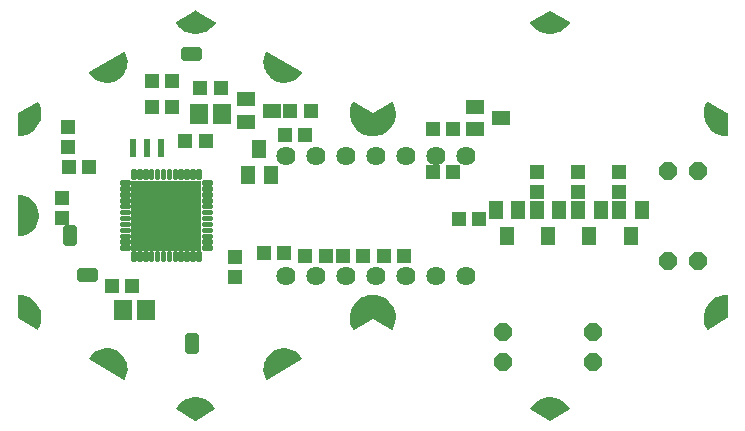
<source format=gbr>
G04 EAGLE Gerber RS-274X export*
G75*
%MOMM*%
%FSLAX34Y34*%
%LPD*%
%INSoldermask Bottom*%
%IPPOS*%
%AMOC8*
5,1,8,0,0,1.08239X$1,22.5*%
G01*
%ADD10C,0.697853*%
%ADD11R,1.303200X1.203200*%
%ADD12R,1.503200X1.703200*%
%ADD13R,1.203200X1.303200*%
%ADD14R,0.603200X1.603197*%
%ADD15C,1.203200*%
%ADD16R,1.203200X1.603200*%
%ADD17R,1.603200X1.203200*%
%ADD18C,1.625600*%
%ADD19P,1.649562X8X202.500000*%
%ADD20P,1.649562X8X112.500000*%
%ADD21C,0.326294*%
%ADD22R,5.903188X5.903188*%

G36*
X299252Y270303D02*
X299252Y270303D01*
X299265Y270302D01*
X302315Y270545D01*
X302347Y270554D01*
X302394Y270558D01*
X305366Y271286D01*
X305397Y271301D01*
X305442Y271312D01*
X305506Y271339D01*
X306682Y271838D01*
X307857Y272337D01*
X307858Y272337D01*
X308259Y272508D01*
X308287Y272527D01*
X308330Y272545D01*
X310918Y274177D01*
X310942Y274201D01*
X310982Y274225D01*
X313275Y276252D01*
X313295Y276279D01*
X313331Y276310D01*
X315269Y278678D01*
X315285Y278708D01*
X315314Y278744D01*
X316848Y281392D01*
X316858Y281424D01*
X316882Y281464D01*
X316935Y281604D01*
X317695Y283601D01*
X317885Y284100D01*
X317971Y284324D01*
X317976Y284357D01*
X317993Y284401D01*
X318609Y287398D01*
X318609Y287432D01*
X318618Y287478D01*
X318745Y290535D01*
X318740Y290569D01*
X318742Y290616D01*
X318377Y293654D01*
X318366Y293686D01*
X318361Y293732D01*
X317513Y296672D01*
X317497Y296702D01*
X317485Y296748D01*
X316176Y299514D01*
X316159Y299536D01*
X316149Y299563D01*
X316100Y299615D01*
X316057Y299673D01*
X316032Y299687D01*
X316013Y299708D01*
X315947Y299737D01*
X315885Y299773D01*
X315857Y299776D01*
X315831Y299788D01*
X315759Y299789D01*
X315688Y299798D01*
X315661Y299790D01*
X315632Y299791D01*
X315537Y299755D01*
X315497Y299744D01*
X315488Y299737D01*
X315476Y299733D01*
X299225Y290376D01*
X282974Y299733D01*
X282947Y299742D01*
X282923Y299758D01*
X282853Y299773D01*
X282785Y299796D01*
X282757Y299793D01*
X282729Y299799D01*
X282659Y299786D01*
X282587Y299780D01*
X282562Y299767D01*
X282534Y299761D01*
X282474Y299721D01*
X282411Y299688D01*
X282393Y299666D01*
X282369Y299650D01*
X282311Y299567D01*
X282284Y299535D01*
X282281Y299524D01*
X282274Y299514D01*
X280965Y296748D01*
X280957Y296715D01*
X280937Y296672D01*
X280089Y293732D01*
X280086Y293698D01*
X280073Y293654D01*
X279708Y290616D01*
X279711Y290582D01*
X279705Y290535D01*
X279832Y287478D01*
X279840Y287445D01*
X279841Y287398D01*
X280457Y284401D01*
X280470Y284370D01*
X280480Y284324D01*
X281568Y281464D01*
X281586Y281436D01*
X281603Y281392D01*
X283136Y278744D01*
X283158Y278718D01*
X283181Y278678D01*
X285119Y276310D01*
X285146Y276288D01*
X285175Y276252D01*
X287468Y274225D01*
X287497Y274209D01*
X287532Y274177D01*
X290120Y272545D01*
X290152Y272533D01*
X290191Y272508D01*
X293008Y271312D01*
X293041Y271305D01*
X293084Y271286D01*
X296056Y270558D01*
X296090Y270556D01*
X296135Y270545D01*
X299185Y270302D01*
X299214Y270306D01*
X299242Y270301D01*
X299252Y270303D01*
G37*
G36*
X315792Y106615D02*
X315792Y106615D01*
X315863Y106620D01*
X315888Y106633D01*
X315916Y106639D01*
X315976Y106679D01*
X316039Y106712D01*
X316057Y106734D01*
X316081Y106750D01*
X316139Y106833D01*
X316166Y106865D01*
X316169Y106876D01*
X316176Y106887D01*
X317485Y109653D01*
X317493Y109686D01*
X317513Y109728D01*
X318361Y112668D01*
X318364Y112702D01*
X318377Y112746D01*
X318742Y115784D01*
X318739Y115818D01*
X318745Y115865D01*
X318618Y118922D01*
X318610Y118955D01*
X318609Y119002D01*
X317993Y121999D01*
X317980Y122030D01*
X317971Y122076D01*
X316882Y124936D01*
X316864Y124965D01*
X316848Y125008D01*
X315314Y127656D01*
X315292Y127682D01*
X315269Y127723D01*
X313331Y130090D01*
X313304Y130112D01*
X313275Y130148D01*
X310982Y132175D01*
X310953Y132192D01*
X310918Y132223D01*
X308330Y133855D01*
X308298Y133867D01*
X308259Y133892D01*
X305442Y135088D01*
X305409Y135095D01*
X305366Y135114D01*
X302394Y135842D01*
X302360Y135844D01*
X302315Y135855D01*
X299265Y136098D01*
X299236Y136094D01*
X299208Y136099D01*
X299198Y136097D01*
X299185Y136098D01*
X296135Y135855D01*
X296103Y135846D01*
X296056Y135842D01*
X293084Y135114D01*
X293053Y135099D01*
X293008Y135088D01*
X292843Y135018D01*
X291668Y134519D01*
X290492Y134020D01*
X290191Y133892D01*
X290163Y133873D01*
X290120Y133855D01*
X287532Y132223D01*
X287508Y132199D01*
X287468Y132175D01*
X285175Y130148D01*
X285155Y130121D01*
X285119Y130090D01*
X283181Y127723D01*
X283165Y127692D01*
X283136Y127656D01*
X281603Y125008D01*
X281592Y124976D01*
X281568Y124936D01*
X280480Y122076D01*
X280474Y122043D01*
X280457Y121999D01*
X279841Y119002D01*
X279841Y118968D01*
X279832Y118922D01*
X279705Y115865D01*
X279710Y115831D01*
X279708Y115784D01*
X280073Y112746D01*
X280084Y112714D01*
X280089Y112668D01*
X280937Y109728D01*
X280953Y109698D01*
X280965Y109653D01*
X282274Y106887D01*
X282291Y106864D01*
X282301Y106837D01*
X282350Y106785D01*
X282393Y106727D01*
X282418Y106713D01*
X282437Y106692D01*
X282503Y106663D01*
X282565Y106627D01*
X282593Y106624D01*
X282619Y106612D01*
X282691Y106611D01*
X282762Y106602D01*
X282789Y106610D01*
X282818Y106610D01*
X282913Y106645D01*
X282953Y106656D01*
X282962Y106663D01*
X282974Y106667D01*
X299225Y116024D01*
X315476Y106667D01*
X315503Y106658D01*
X315527Y106642D01*
X315597Y106627D01*
X315665Y106604D01*
X315693Y106607D01*
X315721Y106601D01*
X315792Y106615D01*
G37*
G36*
X-748Y185704D02*
X-748Y185704D01*
X-734Y185702D01*
X2064Y185934D01*
X2098Y185944D01*
X2146Y185948D01*
X4867Y186637D01*
X4899Y186652D01*
X4945Y186664D01*
X7517Y187792D01*
X7545Y187812D01*
X7589Y187831D01*
X9940Y189367D01*
X9964Y189391D01*
X10005Y189417D01*
X12070Y191319D01*
X12083Y191336D01*
X12095Y191345D01*
X12106Y191361D01*
X12126Y191380D01*
X13851Y193595D01*
X13866Y193626D01*
X13896Y193664D01*
X15232Y196134D01*
X15242Y196167D01*
X15265Y196209D01*
X16177Y198865D01*
X16182Y198899D01*
X16197Y198945D01*
X16659Y201714D01*
X16658Y201749D01*
X16666Y201796D01*
X16666Y204604D01*
X16659Y204638D01*
X16659Y204686D01*
X16197Y207455D01*
X16185Y207488D01*
X16177Y207535D01*
X15265Y210191D01*
X15248Y210221D01*
X15232Y210266D01*
X13896Y212736D01*
X13874Y212762D01*
X13851Y212805D01*
X12126Y215020D01*
X12100Y215043D01*
X12070Y215081D01*
X10005Y216983D01*
X9975Y217001D01*
X9940Y217033D01*
X7589Y218569D01*
X7557Y218582D01*
X7517Y218608D01*
X4945Y219736D01*
X4912Y219743D01*
X4867Y219763D01*
X2146Y220452D01*
X2111Y220454D01*
X2064Y220466D01*
X-734Y220698D01*
X-763Y220694D01*
X-792Y220699D01*
X-861Y220683D01*
X-931Y220674D01*
X-957Y220660D01*
X-985Y220653D01*
X-1042Y220611D01*
X-1104Y220576D01*
X-1122Y220552D01*
X-1145Y220535D01*
X-1181Y220474D01*
X-1224Y220417D01*
X-1232Y220389D01*
X-1247Y220364D01*
X-1263Y220266D01*
X-1274Y220225D01*
X-1272Y220214D01*
X-1274Y220200D01*
X-1274Y186200D01*
X-1268Y186171D01*
X-1271Y186142D01*
X-1249Y186075D01*
X-1235Y186005D01*
X-1218Y185981D01*
X-1209Y185953D01*
X-1162Y185900D01*
X-1122Y185841D01*
X-1098Y185826D01*
X-1078Y185804D01*
X-1014Y185772D01*
X-955Y185734D01*
X-926Y185729D01*
X-900Y185717D01*
X-800Y185708D01*
X-758Y185701D01*
X-748Y185704D01*
G37*
G36*
X88991Y64314D02*
X88991Y64314D01*
X89062Y64320D01*
X89088Y64333D01*
X89116Y64339D01*
X89175Y64379D01*
X89238Y64411D01*
X89257Y64434D01*
X89281Y64450D01*
X89338Y64532D01*
X89365Y64565D01*
X89368Y64575D01*
X89376Y64587D01*
X90575Y67122D01*
X90583Y67156D01*
X90604Y67199D01*
X91369Y69897D01*
X91371Y69932D01*
X91385Y69978D01*
X91695Y72766D01*
X91692Y72794D01*
X91694Y72805D01*
X91693Y72810D01*
X91697Y72848D01*
X91545Y75648D01*
X91536Y75682D01*
X91533Y75730D01*
X90922Y78467D01*
X90908Y78499D01*
X90897Y78546D01*
X89844Y81145D01*
X89825Y81174D01*
X89807Y81218D01*
X88340Y83609D01*
X88316Y83634D01*
X88291Y83675D01*
X86450Y85791D01*
X86423Y85812D01*
X86391Y85849D01*
X84228Y87633D01*
X84197Y87649D01*
X84160Y87680D01*
X81732Y89084D01*
X81699Y89095D01*
X81657Y89119D01*
X79032Y90104D01*
X78997Y90110D01*
X78952Y90127D01*
X76200Y90666D01*
X76166Y90666D01*
X76118Y90675D01*
X73315Y90754D01*
X73281Y90749D01*
X73233Y90750D01*
X70454Y90367D01*
X70422Y90355D01*
X70374Y90349D01*
X67697Y89513D01*
X67666Y89496D01*
X67620Y89482D01*
X65117Y88218D01*
X65090Y88196D01*
X65047Y88174D01*
X62786Y86515D01*
X62763Y86489D01*
X62724Y86461D01*
X60767Y84452D01*
X60748Y84423D01*
X60714Y84388D01*
X59115Y82085D01*
X59103Y82058D01*
X59085Y82035D01*
X59064Y81967D01*
X59036Y81902D01*
X59036Y81873D01*
X59028Y81845D01*
X59036Y81774D01*
X59035Y81703D01*
X59046Y81676D01*
X59050Y81647D01*
X59084Y81585D01*
X59112Y81520D01*
X59133Y81499D01*
X59147Y81474D01*
X59223Y81411D01*
X59254Y81381D01*
X59264Y81377D01*
X59275Y81368D01*
X88675Y64368D01*
X88703Y64359D01*
X88727Y64342D01*
X88796Y64327D01*
X88864Y64305D01*
X88893Y64307D01*
X88921Y64301D01*
X88991Y64314D01*
G37*
G36*
X76118Y315725D02*
X76118Y315725D01*
X76152Y315733D01*
X76200Y315734D01*
X78952Y316273D01*
X78984Y316287D01*
X79032Y316296D01*
X81657Y317281D01*
X81687Y317299D01*
X81732Y317316D01*
X84160Y318720D01*
X84186Y318743D01*
X84228Y318767D01*
X86391Y320551D01*
X86413Y320578D01*
X86450Y320609D01*
X88291Y322725D01*
X88308Y322755D01*
X88340Y322791D01*
X89807Y325182D01*
X89818Y325214D01*
X89844Y325255D01*
X90897Y327854D01*
X90904Y327888D01*
X90922Y327933D01*
X91533Y330670D01*
X91534Y330705D01*
X91545Y330752D01*
X91697Y333552D01*
X91692Y333586D01*
X91695Y333634D01*
X91385Y336422D01*
X91374Y336455D01*
X91369Y336503D01*
X90604Y339201D01*
X90588Y339231D01*
X90575Y339278D01*
X89376Y341813D01*
X89359Y341837D01*
X89349Y341864D01*
X89300Y341916D01*
X89257Y341973D01*
X89232Y341987D01*
X89212Y342009D01*
X89147Y342037D01*
X89086Y342073D01*
X89057Y342076D01*
X89030Y342088D01*
X88959Y342089D01*
X88888Y342098D01*
X88860Y342090D01*
X88831Y342090D01*
X88738Y342056D01*
X88697Y342044D01*
X88688Y342037D01*
X88675Y342032D01*
X59275Y325032D01*
X59253Y325013D01*
X59227Y325000D01*
X59179Y324947D01*
X59126Y324900D01*
X59114Y324874D01*
X59094Y324852D01*
X59071Y324785D01*
X59041Y324721D01*
X59039Y324692D01*
X59030Y324664D01*
X59035Y324593D01*
X59032Y324522D01*
X59042Y324495D01*
X59044Y324466D01*
X59086Y324376D01*
X59101Y324336D01*
X59109Y324328D01*
X59115Y324315D01*
X60714Y322012D01*
X60740Y321988D01*
X60767Y321948D01*
X62724Y319939D01*
X62753Y319920D01*
X62786Y319885D01*
X65047Y318226D01*
X65078Y318211D01*
X65117Y318182D01*
X67620Y316918D01*
X67654Y316909D01*
X67697Y316887D01*
X70374Y316051D01*
X70408Y316048D01*
X70454Y316033D01*
X73233Y315650D01*
X73267Y315652D01*
X73315Y315646D01*
X76118Y315725D01*
G37*
G36*
X209590Y64310D02*
X209590Y64310D01*
X209619Y64310D01*
X209712Y64344D01*
X209753Y64356D01*
X209762Y64363D01*
X209775Y64368D01*
X239175Y81368D01*
X239197Y81387D01*
X239223Y81400D01*
X239271Y81453D01*
X239324Y81500D01*
X239336Y81526D01*
X239356Y81548D01*
X239379Y81615D01*
X239409Y81679D01*
X239411Y81708D01*
X239420Y81736D01*
X239415Y81807D01*
X239418Y81878D01*
X239408Y81905D01*
X239406Y81934D01*
X239364Y82024D01*
X239349Y82064D01*
X239341Y82072D01*
X239335Y82085D01*
X237736Y84388D01*
X237711Y84412D01*
X237683Y84452D01*
X235726Y86461D01*
X235697Y86480D01*
X235664Y86515D01*
X233403Y88174D01*
X233372Y88189D01*
X233333Y88218D01*
X230830Y89482D01*
X230796Y89491D01*
X230753Y89513D01*
X228076Y90349D01*
X228042Y90352D01*
X227996Y90367D01*
X225217Y90750D01*
X225183Y90748D01*
X225135Y90754D01*
X222332Y90675D01*
X222298Y90667D01*
X222250Y90666D01*
X219498Y90127D01*
X219466Y90113D01*
X219418Y90104D01*
X216793Y89119D01*
X216763Y89101D01*
X216718Y89084D01*
X214290Y87680D01*
X214264Y87657D01*
X214223Y87633D01*
X212059Y85849D01*
X212037Y85822D01*
X212000Y85791D01*
X210159Y83675D01*
X210142Y83645D01*
X210111Y83609D01*
X208643Y81218D01*
X208632Y81186D01*
X208606Y81145D01*
X207553Y78546D01*
X207546Y78512D01*
X207528Y78467D01*
X206917Y75730D01*
X206916Y75695D01*
X206905Y75648D01*
X206753Y72848D01*
X206758Y72814D01*
X206755Y72766D01*
X207065Y69978D01*
X207076Y69945D01*
X207081Y69897D01*
X207846Y67199D01*
X207862Y67169D01*
X207875Y67122D01*
X209074Y64587D01*
X209091Y64563D01*
X209101Y64536D01*
X209150Y64484D01*
X209193Y64427D01*
X209218Y64413D01*
X209238Y64392D01*
X209303Y64363D01*
X209365Y64327D01*
X209393Y64324D01*
X209420Y64312D01*
X209491Y64311D01*
X209562Y64302D01*
X209590Y64310D01*
G37*
G36*
X225169Y315652D02*
X225169Y315652D01*
X225217Y315650D01*
X227996Y316033D01*
X228028Y316045D01*
X228076Y316051D01*
X230753Y316887D01*
X230784Y316904D01*
X230830Y316918D01*
X233333Y318182D01*
X233360Y318204D01*
X233403Y318226D01*
X235664Y319885D01*
X235687Y319911D01*
X235726Y319939D01*
X237683Y321948D01*
X237702Y321977D01*
X237736Y322012D01*
X239335Y324315D01*
X239347Y324342D01*
X239365Y324365D01*
X239386Y324433D01*
X239414Y324498D01*
X239414Y324527D01*
X239422Y324555D01*
X239414Y324626D01*
X239415Y324697D01*
X239404Y324724D01*
X239400Y324753D01*
X239366Y324815D01*
X239338Y324880D01*
X239317Y324901D01*
X239303Y324926D01*
X239227Y324989D01*
X239196Y325019D01*
X239186Y325023D01*
X239175Y325032D01*
X209775Y342032D01*
X209747Y342041D01*
X209723Y342058D01*
X209654Y342073D01*
X209586Y342095D01*
X209557Y342093D01*
X209529Y342099D01*
X209459Y342086D01*
X209388Y342080D01*
X209362Y342067D01*
X209334Y342061D01*
X209275Y342021D01*
X209212Y341989D01*
X209193Y341966D01*
X209169Y341950D01*
X209112Y341868D01*
X209085Y341835D01*
X209082Y341825D01*
X209074Y341813D01*
X207875Y339278D01*
X207867Y339244D01*
X207846Y339201D01*
X207081Y336503D01*
X207079Y336468D01*
X207065Y336422D01*
X206755Y333634D01*
X206757Y333607D01*
X206757Y333602D01*
X206758Y333597D01*
X206753Y333552D01*
X206905Y330752D01*
X206914Y330718D01*
X206917Y330670D01*
X207528Y327933D01*
X207542Y327901D01*
X207553Y327854D01*
X208606Y325255D01*
X208625Y325226D01*
X208643Y325182D01*
X210111Y322791D01*
X210134Y322766D01*
X210159Y322725D01*
X212000Y320609D01*
X212027Y320588D01*
X212059Y320551D01*
X214223Y318767D01*
X214253Y318751D01*
X214290Y318720D01*
X216718Y317316D01*
X216751Y317305D01*
X216793Y317281D01*
X219418Y316296D01*
X219453Y316290D01*
X219498Y316273D01*
X222250Y315734D01*
X222285Y315734D01*
X222332Y315725D01*
X225135Y315646D01*
X225169Y315652D01*
G37*
G36*
X-767Y270264D02*
X-767Y270264D01*
X-753Y270263D01*
X2303Y270510D01*
X2336Y270519D01*
X2382Y270523D01*
X5359Y271256D01*
X5390Y271271D01*
X5436Y271282D01*
X8257Y272484D01*
X8284Y272503D01*
X8328Y272521D01*
X10919Y274160D01*
X10944Y274183D01*
X10983Y274208D01*
X13278Y276241D01*
X13299Y276268D01*
X13334Y276299D01*
X15273Y278674D01*
X15289Y278704D01*
X15319Y278740D01*
X16852Y281396D01*
X16863Y281428D01*
X16887Y281468D01*
X17974Y284335D01*
X17979Y284369D01*
X17996Y284413D01*
X18609Y287417D01*
X18610Y287451D01*
X18619Y287497D01*
X18743Y290560D01*
X18737Y290594D01*
X18739Y290640D01*
X18370Y293684D01*
X18359Y293717D01*
X18354Y293763D01*
X17501Y296708D01*
X17485Y296738D01*
X17472Y296783D01*
X16158Y299553D01*
X16140Y299577D01*
X16130Y299604D01*
X16081Y299656D01*
X16038Y299713D01*
X16013Y299727D01*
X15993Y299748D01*
X15928Y299777D01*
X15866Y299812D01*
X15838Y299816D01*
X15811Y299828D01*
X15740Y299828D01*
X15669Y299837D01*
X15641Y299829D01*
X15612Y299830D01*
X15519Y299795D01*
X15478Y299783D01*
X15469Y299776D01*
X15457Y299771D01*
X-1021Y290232D01*
X-1078Y290181D01*
X-1140Y290136D01*
X-1152Y290116D01*
X-1170Y290100D01*
X-1203Y290031D01*
X-1242Y289965D01*
X-1246Y289939D01*
X-1255Y289921D01*
X-1257Y289876D01*
X-1270Y289801D01*
X-1293Y270761D01*
X-1287Y270733D01*
X-1289Y270704D01*
X-1267Y270636D01*
X-1253Y270566D01*
X-1237Y270542D01*
X-1228Y270515D01*
X-1181Y270461D01*
X-1141Y270402D01*
X-1117Y270387D01*
X-1098Y270365D01*
X-1033Y270333D01*
X-973Y270295D01*
X-945Y270290D01*
X-919Y270277D01*
X-819Y270269D01*
X-777Y270262D01*
X-767Y270264D01*
G37*
G36*
X15772Y106575D02*
X15772Y106575D01*
X15843Y106580D01*
X15869Y106594D01*
X15897Y106599D01*
X15957Y106639D01*
X16020Y106672D01*
X16038Y106694D01*
X16062Y106710D01*
X16120Y106792D01*
X16147Y106825D01*
X16150Y106835D01*
X16158Y106847D01*
X17472Y109617D01*
X17480Y109650D01*
X17501Y109692D01*
X18354Y112637D01*
X18356Y112671D01*
X18370Y112716D01*
X18739Y115760D01*
X18737Y115793D01*
X18743Y115840D01*
X18619Y118904D01*
X18611Y118936D01*
X18609Y118983D01*
X17996Y121988D01*
X17983Y122019D01*
X17974Y122065D01*
X16887Y124932D01*
X16868Y124960D01*
X16852Y125004D01*
X15319Y127660D01*
X15296Y127685D01*
X15273Y127726D01*
X13334Y130101D01*
X13308Y130122D01*
X13278Y130159D01*
X10983Y132192D01*
X10954Y132209D01*
X10919Y132240D01*
X8328Y133879D01*
X8296Y133891D01*
X8257Y133916D01*
X5436Y135118D01*
X5402Y135125D01*
X5359Y135144D01*
X2382Y135877D01*
X2348Y135879D01*
X2303Y135890D01*
X-753Y136137D01*
X-782Y136134D01*
X-810Y136138D01*
X-880Y136122D01*
X-951Y136113D01*
X-976Y136099D01*
X-1004Y136092D01*
X-1061Y136050D01*
X-1123Y136014D01*
X-1141Y135991D01*
X-1164Y135974D01*
X-1200Y135913D01*
X-1243Y135856D01*
X-1250Y135828D01*
X-1265Y135803D01*
X-1282Y135704D01*
X-1292Y135663D01*
X-1290Y135652D01*
X-1293Y135639D01*
X-1270Y116599D01*
X-1254Y116524D01*
X-1246Y116448D01*
X-1235Y116427D01*
X-1230Y116405D01*
X-1186Y116341D01*
X-1149Y116274D01*
X-1129Y116258D01*
X-1117Y116241D01*
X-1080Y116217D01*
X-1021Y116168D01*
X15457Y106629D01*
X15484Y106619D01*
X15508Y106603D01*
X15577Y106588D01*
X15645Y106565D01*
X15674Y106567D01*
X15702Y106561D01*
X15772Y106575D01*
G37*
G36*
X449241Y29511D02*
X449241Y29511D01*
X449318Y29510D01*
X449342Y29519D01*
X449363Y29520D01*
X449402Y29541D01*
X449474Y29567D01*
X465974Y39067D01*
X465996Y39086D01*
X466022Y39099D01*
X466056Y39137D01*
X466059Y39139D01*
X466062Y39143D01*
X466070Y39152D01*
X466123Y39199D01*
X466136Y39225D01*
X466155Y39247D01*
X466178Y39314D01*
X466209Y39378D01*
X466211Y39407D01*
X466220Y39434D01*
X466215Y39506D01*
X466218Y39577D01*
X466208Y39604D01*
X466206Y39633D01*
X466164Y39723D01*
X466149Y39763D01*
X466142Y39771D01*
X466136Y39784D01*
X464394Y42307D01*
X464370Y42331D01*
X464343Y42369D01*
X462219Y44581D01*
X462191Y44600D01*
X462159Y44634D01*
X459708Y46476D01*
X459677Y46490D01*
X459640Y46519D01*
X456925Y47944D01*
X456892Y47953D01*
X456851Y47975D01*
X453943Y48946D01*
X453916Y48949D01*
X453907Y48951D01*
X453865Y48965D01*
X450838Y49457D01*
X450804Y49456D01*
X450758Y49464D01*
X447692Y49464D01*
X447659Y49457D01*
X447612Y49457D01*
X444585Y48965D01*
X444554Y48953D01*
X444507Y48946D01*
X441599Y47975D01*
X441570Y47958D01*
X441525Y47944D01*
X438810Y46519D01*
X438784Y46497D01*
X438742Y46476D01*
X436291Y44634D01*
X436268Y44609D01*
X436231Y44581D01*
X434107Y42369D01*
X434089Y42341D01*
X434056Y42307D01*
X432314Y39784D01*
X432303Y39757D01*
X432284Y39735D01*
X432264Y39666D01*
X432236Y39601D01*
X432236Y39572D01*
X432228Y39544D01*
X432236Y39473D01*
X432236Y39402D01*
X432247Y39375D01*
X432250Y39346D01*
X432285Y39284D01*
X432313Y39219D01*
X432333Y39198D01*
X432348Y39173D01*
X432411Y39121D01*
X432415Y39116D01*
X432424Y39110D01*
X432425Y39110D01*
X432455Y39080D01*
X432465Y39076D01*
X432476Y39067D01*
X448976Y29567D01*
X449049Y29543D01*
X449119Y29512D01*
X449143Y29512D01*
X449165Y29504D01*
X449241Y29511D01*
G37*
G36*
X149241Y29511D02*
X149241Y29511D01*
X149318Y29510D01*
X149342Y29519D01*
X149363Y29520D01*
X149402Y29541D01*
X149474Y29567D01*
X165974Y39067D01*
X165996Y39086D01*
X166022Y39099D01*
X166056Y39137D01*
X166059Y39139D01*
X166062Y39143D01*
X166070Y39152D01*
X166123Y39199D01*
X166136Y39225D01*
X166155Y39247D01*
X166178Y39314D01*
X166209Y39378D01*
X166211Y39407D01*
X166220Y39434D01*
X166215Y39506D01*
X166218Y39577D01*
X166208Y39604D01*
X166206Y39633D01*
X166164Y39723D01*
X166149Y39763D01*
X166142Y39771D01*
X166136Y39784D01*
X164394Y42307D01*
X164370Y42331D01*
X164343Y42369D01*
X162219Y44581D01*
X162191Y44600D01*
X162159Y44634D01*
X159708Y46476D01*
X159677Y46490D01*
X159640Y46519D01*
X156925Y47944D01*
X156892Y47953D01*
X156851Y47975D01*
X153943Y48946D01*
X153916Y48949D01*
X153907Y48951D01*
X153865Y48965D01*
X150838Y49457D01*
X150804Y49456D01*
X150758Y49464D01*
X147692Y49464D01*
X147659Y49457D01*
X147612Y49457D01*
X144585Y48965D01*
X144554Y48953D01*
X144507Y48946D01*
X141599Y47975D01*
X141570Y47958D01*
X141525Y47944D01*
X138810Y46519D01*
X138784Y46497D01*
X138742Y46476D01*
X136291Y44634D01*
X136268Y44609D01*
X136231Y44581D01*
X134107Y42369D01*
X134089Y42341D01*
X134056Y42307D01*
X132314Y39784D01*
X132303Y39757D01*
X132284Y39735D01*
X132264Y39666D01*
X132236Y39601D01*
X132236Y39572D01*
X132228Y39544D01*
X132236Y39473D01*
X132236Y39402D01*
X132247Y39375D01*
X132250Y39346D01*
X132285Y39284D01*
X132313Y39219D01*
X132333Y39198D01*
X132348Y39173D01*
X132411Y39121D01*
X132415Y39116D01*
X132424Y39110D01*
X132425Y39110D01*
X132455Y39080D01*
X132465Y39076D01*
X132476Y39067D01*
X148976Y29567D01*
X149049Y29543D01*
X149119Y29512D01*
X149143Y29512D01*
X149165Y29504D01*
X149241Y29511D01*
G37*
G36*
X150791Y356943D02*
X150791Y356943D01*
X150838Y356943D01*
X153865Y357435D01*
X153896Y357447D01*
X153943Y357454D01*
X156851Y358425D01*
X156881Y358442D01*
X156925Y358456D01*
X159640Y359881D01*
X159666Y359903D01*
X159708Y359924D01*
X162159Y361766D01*
X162182Y361791D01*
X162219Y361819D01*
X164343Y364031D01*
X164361Y364059D01*
X164394Y364093D01*
X166136Y366616D01*
X166147Y366643D01*
X166166Y366665D01*
X166186Y366734D01*
X166214Y366799D01*
X166214Y366828D01*
X166222Y366856D01*
X166214Y366927D01*
X166215Y366998D01*
X166203Y367025D01*
X166200Y367054D01*
X166165Y367116D01*
X166137Y367181D01*
X166117Y367202D01*
X166102Y367227D01*
X166025Y367290D01*
X165995Y367320D01*
X165985Y367324D01*
X165974Y367333D01*
X149474Y376833D01*
X149401Y376857D01*
X149331Y376888D01*
X149307Y376888D01*
X149285Y376896D01*
X149209Y376890D01*
X149132Y376891D01*
X149108Y376881D01*
X149087Y376880D01*
X149048Y376859D01*
X148976Y376833D01*
X132476Y367333D01*
X132454Y367314D01*
X132428Y367301D01*
X132380Y367248D01*
X132327Y367201D01*
X132314Y367175D01*
X132295Y367154D01*
X132272Y367086D01*
X132241Y367022D01*
X132240Y366993D01*
X132230Y366966D01*
X132235Y366894D01*
X132232Y366823D01*
X132242Y366796D01*
X132244Y366767D01*
X132286Y366677D01*
X132301Y366637D01*
X132308Y366629D01*
X132314Y366616D01*
X134056Y364093D01*
X134080Y364069D01*
X134107Y364031D01*
X136231Y361819D01*
X136259Y361800D01*
X136291Y361766D01*
X138742Y359924D01*
X138773Y359910D01*
X138810Y359881D01*
X141525Y358456D01*
X141558Y358447D01*
X141599Y358425D01*
X144507Y357454D01*
X144541Y357450D01*
X144585Y357435D01*
X147612Y356943D01*
X147646Y356944D01*
X147692Y356936D01*
X150758Y356936D01*
X150791Y356943D01*
G37*
G36*
X450791Y356943D02*
X450791Y356943D01*
X450838Y356943D01*
X453865Y357435D01*
X453896Y357447D01*
X453943Y357454D01*
X456851Y358425D01*
X456881Y358442D01*
X456925Y358456D01*
X459640Y359881D01*
X459666Y359903D01*
X459708Y359924D01*
X462159Y361766D01*
X462182Y361791D01*
X462219Y361819D01*
X464343Y364031D01*
X464361Y364059D01*
X464394Y364093D01*
X466136Y366616D01*
X466147Y366643D01*
X466166Y366665D01*
X466186Y366734D01*
X466214Y366799D01*
X466214Y366828D01*
X466222Y366856D01*
X466214Y366927D01*
X466215Y366998D01*
X466203Y367025D01*
X466200Y367054D01*
X466165Y367116D01*
X466137Y367181D01*
X466117Y367202D01*
X466102Y367227D01*
X466025Y367290D01*
X465995Y367320D01*
X465985Y367324D01*
X465974Y367333D01*
X449474Y376833D01*
X449401Y376857D01*
X449331Y376888D01*
X449307Y376888D01*
X449285Y376896D01*
X449209Y376890D01*
X449132Y376891D01*
X449108Y376881D01*
X449087Y376880D01*
X449048Y376859D01*
X448976Y376833D01*
X432476Y367333D01*
X432454Y367314D01*
X432428Y367301D01*
X432380Y367248D01*
X432327Y367201D01*
X432314Y367175D01*
X432295Y367154D01*
X432272Y367086D01*
X432241Y367022D01*
X432240Y366993D01*
X432230Y366966D01*
X432235Y366894D01*
X432232Y366823D01*
X432242Y366796D01*
X432244Y366767D01*
X432286Y366677D01*
X432301Y366637D01*
X432308Y366629D01*
X432314Y366616D01*
X434056Y364093D01*
X434080Y364069D01*
X434107Y364031D01*
X436231Y361819D01*
X436259Y361800D01*
X436291Y361766D01*
X438742Y359924D01*
X438773Y359910D01*
X438810Y359881D01*
X441525Y358456D01*
X441558Y358447D01*
X441599Y358425D01*
X444507Y357454D01*
X444541Y357450D01*
X444585Y357435D01*
X447612Y356943D01*
X447646Y356944D01*
X447692Y356936D01*
X450758Y356936D01*
X450791Y356943D01*
G37*
G36*
X599311Y270318D02*
X599311Y270318D01*
X599383Y270326D01*
X599407Y270341D01*
X599435Y270347D01*
X599493Y270390D01*
X599555Y270426D01*
X599572Y270448D01*
X599595Y270465D01*
X599632Y270527D01*
X599675Y270584D01*
X599682Y270612D01*
X599697Y270636D01*
X599713Y270736D01*
X599724Y270777D01*
X599722Y270787D01*
X599724Y270800D01*
X599724Y289800D01*
X599709Y289876D01*
X599700Y289954D01*
X599689Y289973D01*
X599685Y289995D01*
X599641Y290059D01*
X599602Y290127D01*
X599583Y290143D01*
X599572Y290159D01*
X599534Y290183D01*
X599474Y290233D01*
X582974Y299733D01*
X582947Y299742D01*
X582923Y299758D01*
X582853Y299773D01*
X582785Y299796D01*
X582757Y299793D01*
X582729Y299799D01*
X582659Y299786D01*
X582587Y299780D01*
X582562Y299767D01*
X582534Y299761D01*
X582474Y299721D01*
X582411Y299688D01*
X582393Y299666D01*
X582369Y299650D01*
X582311Y299567D01*
X582284Y299535D01*
X582281Y299524D01*
X582274Y299514D01*
X580965Y296748D01*
X580957Y296715D01*
X580937Y296672D01*
X580089Y293732D01*
X580086Y293698D01*
X580073Y293654D01*
X579708Y290616D01*
X579711Y290582D01*
X579705Y290535D01*
X579832Y287478D01*
X579840Y287445D01*
X579841Y287398D01*
X580457Y284401D01*
X580470Y284370D01*
X580480Y284324D01*
X581568Y281464D01*
X581586Y281436D01*
X581603Y281392D01*
X583136Y278744D01*
X583158Y278718D01*
X583181Y278678D01*
X585119Y276310D01*
X585146Y276288D01*
X585175Y276252D01*
X587468Y274225D01*
X587497Y274209D01*
X587532Y274177D01*
X590120Y272545D01*
X590152Y272533D01*
X590191Y272508D01*
X593008Y271312D01*
X593041Y271305D01*
X593084Y271286D01*
X596056Y270558D01*
X596090Y270556D01*
X596135Y270545D01*
X599185Y270302D01*
X599214Y270306D01*
X599242Y270301D01*
X599311Y270318D01*
G37*
G36*
X582789Y106610D02*
X582789Y106610D01*
X582818Y106610D01*
X582913Y106645D01*
X582953Y106656D01*
X582962Y106663D01*
X582974Y106667D01*
X599474Y116167D01*
X599533Y116219D01*
X599595Y116265D01*
X599606Y116284D01*
X599623Y116299D01*
X599657Y116369D01*
X599697Y116436D01*
X599701Y116461D01*
X599709Y116478D01*
X599711Y116523D01*
X599724Y116600D01*
X599724Y135600D01*
X599719Y135628D01*
X599721Y135656D01*
X599699Y135724D01*
X599685Y135795D01*
X599669Y135818D01*
X599660Y135845D01*
X599613Y135900D01*
X599572Y135959D01*
X599548Y135974D01*
X599530Y135996D01*
X599465Y136027D01*
X599405Y136066D01*
X599377Y136071D01*
X599351Y136083D01*
X599250Y136092D01*
X599208Y136099D01*
X599198Y136097D01*
X599185Y136098D01*
X596135Y135855D01*
X596103Y135846D01*
X596056Y135842D01*
X593084Y135114D01*
X593053Y135099D01*
X593008Y135088D01*
X592843Y135018D01*
X591668Y134519D01*
X590492Y134020D01*
X590191Y133892D01*
X590163Y133873D01*
X590120Y133855D01*
X587532Y132223D01*
X587508Y132199D01*
X587468Y132175D01*
X585175Y130148D01*
X585155Y130121D01*
X585119Y130090D01*
X583181Y127723D01*
X583165Y127692D01*
X583136Y127656D01*
X581603Y125008D01*
X581592Y124976D01*
X581568Y124936D01*
X580480Y122076D01*
X580474Y122043D01*
X580457Y121999D01*
X579841Y119002D01*
X579841Y118968D01*
X579832Y118922D01*
X579705Y115865D01*
X579710Y115831D01*
X579708Y115784D01*
X580073Y112746D01*
X580084Y112714D01*
X580089Y112668D01*
X580937Y109728D01*
X580953Y109698D01*
X580965Y109653D01*
X582274Y106887D01*
X582291Y106864D01*
X582301Y106837D01*
X582350Y106785D01*
X582393Y106727D01*
X582418Y106713D01*
X582437Y106692D01*
X582503Y106663D01*
X582565Y106627D01*
X582593Y106624D01*
X582619Y106612D01*
X582691Y106611D01*
X582762Y106602D01*
X582789Y106610D01*
G37*
D10*
X45390Y192058D02*
X45390Y181004D01*
X40336Y181004D01*
X40336Y192058D01*
X45390Y192058D01*
X45390Y187634D02*
X40336Y187634D01*
X52417Y150667D02*
X63471Y150667D01*
X52417Y150667D02*
X52417Y155721D01*
X63471Y155721D01*
X63471Y150667D01*
D11*
X157725Y266700D03*
X140725Y266700D03*
D12*
X171425Y288925D03*
X152425Y288925D03*
D11*
X78813Y143669D03*
X95813Y143669D03*
D12*
X88131Y123031D03*
X107131Y123031D03*
D13*
X41275Y261375D03*
X41275Y278375D03*
X182563Y151044D03*
X182563Y168044D03*
D11*
X129150Y317500D03*
X112150Y317500D03*
X59300Y244475D03*
X42300Y244475D03*
D10*
X143523Y100777D02*
X143523Y89723D01*
X143523Y100777D02*
X148577Y100777D01*
X148577Y89723D01*
X143523Y89723D01*
X143523Y96353D02*
X148577Y96353D01*
D13*
X170425Y311150D03*
X153425Y311150D03*
D10*
X151577Y337198D02*
X140523Y337198D01*
X140523Y342252D01*
X151577Y342252D01*
X151577Y337198D01*
D13*
X112150Y295275D03*
X129150Y295275D03*
D11*
X36513Y218050D03*
X36513Y201050D03*
D14*
X95950Y260350D03*
X107950Y260350D03*
X119950Y260350D03*
D15*
X149225Y368400D03*
X299945Y280720D03*
X299945Y125680D03*
X149225Y38000D03*
X77725Y327100D03*
X220725Y327100D03*
X220725Y79300D03*
X77725Y79300D03*
X449225Y368400D03*
X592325Y285800D03*
X592325Y120600D03*
X449225Y38000D03*
X6158Y285800D03*
X6158Y120600D03*
X6125Y203200D03*
D16*
X203200Y259444D03*
X193700Y237444D03*
X212700Y237444D03*
D17*
X407875Y285750D03*
X385875Y295250D03*
X385875Y276250D03*
D16*
X517525Y185850D03*
X527025Y207850D03*
X508025Y207850D03*
X447675Y185850D03*
X457175Y207850D03*
X438175Y207850D03*
X412750Y185850D03*
X422250Y207850D03*
X403250Y207850D03*
D17*
X214200Y292100D03*
X192200Y301600D03*
X192200Y282600D03*
D16*
X482600Y185850D03*
X492100Y207850D03*
X473100Y207850D03*
D13*
X367275Y276225D03*
X350275Y276225D03*
D11*
X508000Y223275D03*
X508000Y240275D03*
X438150Y223275D03*
X438150Y240275D03*
D13*
X389500Y200025D03*
X372500Y200025D03*
D11*
X473075Y223275D03*
X473075Y240275D03*
D13*
X241863Y271463D03*
X224863Y271463D03*
X350275Y239713D03*
X367275Y239713D03*
X309000Y169069D03*
X326000Y169069D03*
X242325Y169069D03*
X259325Y169069D03*
X224400Y171450D03*
X207400Y171450D03*
X246625Y292100D03*
X229625Y292100D03*
X274075Y169069D03*
X291075Y169069D03*
D18*
X225425Y152400D03*
X250825Y152400D03*
X276225Y152400D03*
X301625Y152400D03*
X327025Y152400D03*
X352425Y152400D03*
X377825Y152400D03*
X377825Y254000D03*
X352425Y254000D03*
X327025Y254000D03*
X301625Y254000D03*
X276225Y254000D03*
X250825Y254000D03*
X225425Y254000D03*
D19*
X574675Y241300D03*
X549275Y241300D03*
X574675Y165100D03*
X549275Y165100D03*
D20*
X485775Y79375D03*
X485775Y104775D03*
X409575Y79375D03*
X409575Y104775D03*
D21*
X97754Y234815D02*
X96484Y234815D01*
X96484Y240585D01*
X97754Y240585D01*
X97754Y234815D01*
X97754Y237915D02*
X96484Y237915D01*
X101484Y234815D02*
X102754Y234815D01*
X101484Y234815D02*
X101484Y240585D01*
X102754Y240585D01*
X102754Y234815D01*
X102754Y237915D02*
X101484Y237915D01*
X106484Y234815D02*
X107754Y234815D01*
X106484Y234815D02*
X106484Y240585D01*
X107754Y240585D01*
X107754Y234815D01*
X107754Y237915D02*
X106484Y237915D01*
X111484Y234815D02*
X112754Y234815D01*
X111484Y234815D02*
X111484Y240585D01*
X112754Y240585D01*
X112754Y234815D01*
X112754Y237915D02*
X111484Y237915D01*
X116484Y234815D02*
X117754Y234815D01*
X116484Y234815D02*
X116484Y240585D01*
X117754Y240585D01*
X117754Y234815D01*
X117754Y237915D02*
X116484Y237915D01*
X121484Y234815D02*
X122754Y234815D01*
X121484Y234815D02*
X121484Y240585D01*
X122754Y240585D01*
X122754Y234815D01*
X122754Y237915D02*
X121484Y237915D01*
X126484Y234815D02*
X127754Y234815D01*
X126484Y234815D02*
X126484Y240585D01*
X127754Y240585D01*
X127754Y234815D01*
X127754Y237915D02*
X126484Y237915D01*
X131484Y234815D02*
X132754Y234815D01*
X131484Y234815D02*
X131484Y240585D01*
X132754Y240585D01*
X132754Y234815D01*
X132754Y237915D02*
X131484Y237915D01*
X136484Y234815D02*
X137754Y234815D01*
X136484Y234815D02*
X136484Y240585D01*
X137754Y240585D01*
X137754Y234815D01*
X137754Y237915D02*
X136484Y237915D01*
X141484Y234815D02*
X142754Y234815D01*
X141484Y234815D02*
X141484Y240585D01*
X142754Y240585D01*
X142754Y234815D01*
X142754Y237915D02*
X141484Y237915D01*
X146484Y234815D02*
X147754Y234815D01*
X146484Y234815D02*
X146484Y240585D01*
X147754Y240585D01*
X147754Y234815D01*
X147754Y237915D02*
X146484Y237915D01*
X151484Y234815D02*
X152754Y234815D01*
X151484Y234815D02*
X151484Y240585D01*
X152754Y240585D01*
X152754Y234815D01*
X152754Y237915D02*
X151484Y237915D01*
X156234Y231335D02*
X156234Y230065D01*
X156234Y231335D02*
X162004Y231335D01*
X162004Y230065D01*
X156234Y230065D01*
X156234Y226335D02*
X156234Y225065D01*
X156234Y226335D02*
X162004Y226335D01*
X162004Y225065D01*
X156234Y225065D01*
X156234Y221335D02*
X156234Y220065D01*
X156234Y221335D02*
X162004Y221335D01*
X162004Y220065D01*
X156234Y220065D01*
X156234Y216335D02*
X156234Y215065D01*
X156234Y216335D02*
X162004Y216335D01*
X162004Y215065D01*
X156234Y215065D01*
X156234Y211335D02*
X156234Y210065D01*
X156234Y211335D02*
X162004Y211335D01*
X162004Y210065D01*
X156234Y210065D01*
X156234Y206335D02*
X156234Y205065D01*
X156234Y206335D02*
X162004Y206335D01*
X162004Y205065D01*
X156234Y205065D01*
X156234Y201335D02*
X156234Y200065D01*
X156234Y201335D02*
X162004Y201335D01*
X162004Y200065D01*
X156234Y200065D01*
X156234Y196335D02*
X156234Y195065D01*
X156234Y196335D02*
X162004Y196335D01*
X162004Y195065D01*
X156234Y195065D01*
X156234Y191335D02*
X156234Y190065D01*
X156234Y191335D02*
X162004Y191335D01*
X162004Y190065D01*
X156234Y190065D01*
X156234Y186335D02*
X156234Y185065D01*
X156234Y186335D02*
X162004Y186335D01*
X162004Y185065D01*
X156234Y185065D01*
X156234Y181335D02*
X156234Y180065D01*
X156234Y181335D02*
X162004Y181335D01*
X162004Y180065D01*
X156234Y180065D01*
X156234Y176335D02*
X156234Y175065D01*
X156234Y176335D02*
X162004Y176335D01*
X162004Y175065D01*
X156234Y175065D01*
X152754Y171585D02*
X151484Y171585D01*
X152754Y171585D02*
X152754Y165815D01*
X151484Y165815D01*
X151484Y171585D01*
X151484Y168915D02*
X152754Y168915D01*
X147754Y171585D02*
X146484Y171585D01*
X147754Y171585D02*
X147754Y165815D01*
X146484Y165815D01*
X146484Y171585D01*
X146484Y168915D02*
X147754Y168915D01*
X142754Y171585D02*
X141484Y171585D01*
X142754Y171585D02*
X142754Y165815D01*
X141484Y165815D01*
X141484Y171585D01*
X141484Y168915D02*
X142754Y168915D01*
X137754Y171585D02*
X136484Y171585D01*
X137754Y171585D02*
X137754Y165815D01*
X136484Y165815D01*
X136484Y171585D01*
X136484Y168915D02*
X137754Y168915D01*
X132754Y171585D02*
X131484Y171585D01*
X132754Y171585D02*
X132754Y165815D01*
X131484Y165815D01*
X131484Y171585D01*
X131484Y168915D02*
X132754Y168915D01*
X127754Y171585D02*
X126484Y171585D01*
X127754Y171585D02*
X127754Y165815D01*
X126484Y165815D01*
X126484Y171585D01*
X126484Y168915D02*
X127754Y168915D01*
X122754Y171585D02*
X121484Y171585D01*
X122754Y171585D02*
X122754Y165815D01*
X121484Y165815D01*
X121484Y171585D01*
X121484Y168915D02*
X122754Y168915D01*
X117754Y171585D02*
X116484Y171585D01*
X117754Y171585D02*
X117754Y165815D01*
X116484Y165815D01*
X116484Y171585D01*
X116484Y168915D02*
X117754Y168915D01*
X112754Y171585D02*
X111484Y171585D01*
X112754Y171585D02*
X112754Y165815D01*
X111484Y165815D01*
X111484Y171585D01*
X111484Y168915D02*
X112754Y168915D01*
X107754Y171585D02*
X106484Y171585D01*
X107754Y171585D02*
X107754Y165815D01*
X106484Y165815D01*
X106484Y171585D01*
X106484Y168915D02*
X107754Y168915D01*
X102754Y171585D02*
X101484Y171585D01*
X102754Y171585D02*
X102754Y165815D01*
X101484Y165815D01*
X101484Y171585D01*
X101484Y168915D02*
X102754Y168915D01*
X97754Y171585D02*
X96484Y171585D01*
X97754Y171585D02*
X97754Y165815D01*
X96484Y165815D01*
X96484Y171585D01*
X96484Y168915D02*
X97754Y168915D01*
X93004Y175065D02*
X93004Y176335D01*
X93004Y175065D02*
X87234Y175065D01*
X87234Y176335D01*
X93004Y176335D01*
X93004Y180065D02*
X93004Y181335D01*
X93004Y180065D02*
X87234Y180065D01*
X87234Y181335D01*
X93004Y181335D01*
X93004Y185065D02*
X93004Y186335D01*
X93004Y185065D02*
X87234Y185065D01*
X87234Y186335D01*
X93004Y186335D01*
X93004Y190065D02*
X93004Y191335D01*
X93004Y190065D02*
X87234Y190065D01*
X87234Y191335D01*
X93004Y191335D01*
X93004Y195065D02*
X93004Y196335D01*
X93004Y195065D02*
X87234Y195065D01*
X87234Y196335D01*
X93004Y196335D01*
X93004Y200065D02*
X93004Y201335D01*
X93004Y200065D02*
X87234Y200065D01*
X87234Y201335D01*
X93004Y201335D01*
X93004Y205065D02*
X93004Y206335D01*
X93004Y205065D02*
X87234Y205065D01*
X87234Y206335D01*
X93004Y206335D01*
X93004Y210065D02*
X93004Y211335D01*
X93004Y210065D02*
X87234Y210065D01*
X87234Y211335D01*
X93004Y211335D01*
X93004Y215065D02*
X93004Y216335D01*
X93004Y215065D02*
X87234Y215065D01*
X87234Y216335D01*
X93004Y216335D01*
X93004Y220065D02*
X93004Y221335D01*
X93004Y220065D02*
X87234Y220065D01*
X87234Y221335D01*
X93004Y221335D01*
X93004Y225065D02*
X93004Y226335D01*
X93004Y225065D02*
X87234Y225065D01*
X87234Y226335D01*
X93004Y226335D01*
X93004Y230065D02*
X93004Y231335D01*
X93004Y230065D02*
X87234Y230065D01*
X87234Y231335D01*
X93004Y231335D01*
D22*
X124619Y203200D03*
M02*

</source>
